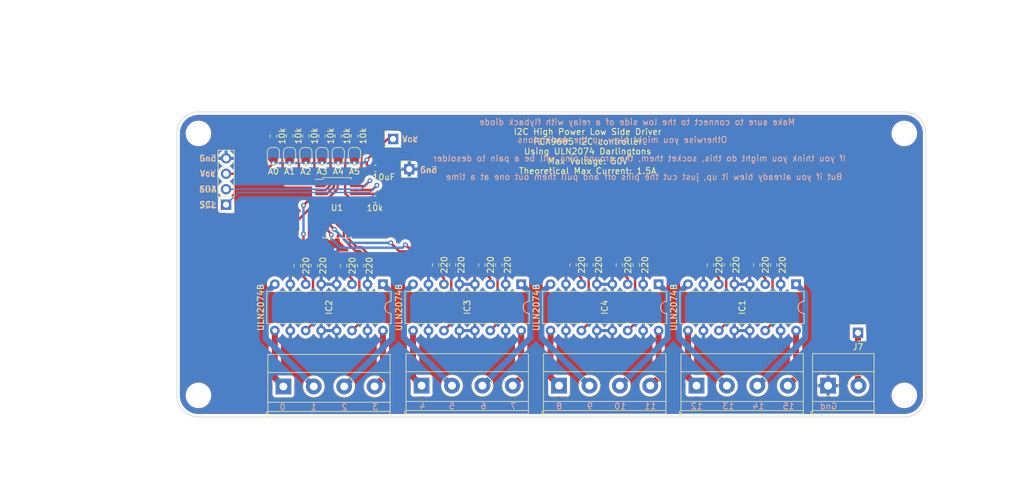
<source format=kicad_pcb>
(kicad_pcb (version 20211014) (generator pcbnew)
  (layers (0 "F.Cu" signal) (31 "B.Cu" signal) (34 "B.Paste" user) (35 "F.Paste" user) (36 "B.SilkS" user "B.Silkscreen") (37 "F.SilkS" user "F.Silkscreen") (38 "B.Mask" user) (39 "F.Mask" user) (44 "Edge.Cuts" user))
  (net 0 "")
  (net 1 "VCC")
  (net 2 "GND")
  (net 3 "Net-(J3-Pad1)")
  (net 4 "Net-(J3-Pad2)")
  (net 5 "Net-(IC1-Pad3)")
  (net 6 "Net-(IC1-Pad11)")
  (net 7 "Net-(IC1-Pad6)")
  (net 8 "Net-(IC1-Pad14)")
  (net 9 "Net-(J3-Pad3)")
  (net 10 "Net-(J3-Pad4)")
  (net 11 "Net-(J6-Pad1)")
  (net 12 "Net-(J6-Pad2)")
  (net 13 "Net-(IC2-Pad3)")
  (net 14 "Net-(IC2-Pad11)")
  (net 15 "Net-(IC2-Pad6)")
  (net 16 "Net-(IC2-Pad14)")
  (net 17 "Net-(J6-Pad3)")
  (net 18 "Net-(J6-Pad4)")
  (net 19 "Net-(IC3-Pad1)")
  (net 20 "Net-(IC3-Pad8)")
  (net 21 "Net-(IC3-Pad3)")
  (net 22 "Net-(IC3-Pad11)")
  (net 23 "Net-(IC3-Pad6)")
  (net 24 "Net-(IC3-Pad14)")
  (net 25 "Net-(IC3-Pad9)")
  (net 26 "Net-(IC3-Pad16)")
  (net 27 "Net-(J5-Pad2)")
  (net 28 "Net-(IC4-Pad6)")
  (net 29 "Net-(IC4-Pad14)")
  (net 30 "Net-(IC4-Pad16)")
  (net 31 "/scl")
  (net 32 "/sda")
  (net 33 "Net-(JP1-Pad2)")
  (net 34 "Net-(JP2-Pad2)")
  (net 35 "Net-(JP3-Pad2)")
  (net 36 "Net-(JP4-Pad2)")
  (net 37 "Net-(JP5-Pad2)")
  (net 38 "Net-(JP6-Pad2)")
  (net 39 "/pwm12")
  (net 40 "/pwm13")
  (net 41 "/pwm14")
  (net 42 "/pwm15")
  (net 43 "Net-(R11-Pad1)")
  (net 44 "/pwm0")
  (net 45 "/pwm1")
  (net 46 "/pwm2")
  (net 47 "/pwm3")
  (net 48 "/pwm4")
  (net 49 "/pwm5")
  (net 50 "/pwm6")
  (net 51 "/pwm7")
  (net 52 "/pwm8")
  (net 53 "/pwm9")
  (net 54 "/pwm10")
  (net 55 "/pwm11")
  (net 56 "Net-(IC4-Pad1)")
  (net 57 "Net-(R22-Pad1)")
  (net 58 "Net-(IC4-Pad9)")
  (net 59 "Net-(R20-Pad1)")
  (net 60 "Net-(J7-Pad1)")
  (footprint "Jumper:SolderJumper-2_P1.3mm_Open_RoundedPad1.0x1.5mm" (layer "F.Cu") (at 33.782 127 90)
    (fp_text reference "JP1" hide)
    (fp_text value "Jumper_2_Open" hide)
  )
  (footprint "Jumper:SolderJumper-2_P1.3mm_Open_RoundedPad1.0x1.5mm" (layer "F.Cu") (at 44.45 127 90)
    (fp_text reference "JP5" hide)
    (fp_text value "Jumper_2_Open" hide)
  )
  (footprint "Resistor_SMD:R_0603_1608Metric" (layer "F.Cu") (at 33.782 123.728 90)
    (fp_text reference "R1" hide)
    (fp_text value "10k")
  )
  (footprint "Resistor_SMD:R_0603_1608Metric" (layer "F.Cu") (at 47.117 123.713 90)
    (fp_text reference "R6" hide)
    (fp_text value "10k")
  )
  (footprint "Connector_PinHeader_2.54mm:PinHeader_1x01_P2.54mm_Vertical" (layer "F.Cu") (at 53.467 124.206)
    (fp_text reference "J8" hide)
    (fp_text value "Conn_01x01" hide)
  )
  (footprint "Resistor_SMD:R_0603_1608Metric" (layer "F.Cu") (at 36.449 123.713 90)
    (fp_text reference "R2" hide)
    (fp_text value "10k")
  )
  (footprint "Resistor_SMD:R_0603_1608Metric" (layer "F.Cu") (at 50.47 134.112)
    (fp_text reference "R11" hide)
    (fp_text value "10k")
  )
  (footprint "Package_DIP:DIP-16_W7.62mm" (layer "F.Cu") (at 51.801 148.092 -90)
    (fp_text reference "IC2")
    (fp_text value "ULN2074B")
  )
  (footprint "Resistor_SMD:R_0603_1608Metric" (layer "F.Cu") (at 37.719 145.034 90)
    (fp_text reference "R13" hide)
    (fp_text value "220")
  )
  (footprint "Resistor_SMD:R_0603_1608Metric" (layer "F.Cu") (at 63.246 144.907 90)
    (fp_text reference "R16" hide)
    (fp_text value "220")
  )
  (footprint "Resistor_SMD:R_0603_1608Metric" (layer "F.Cu") (at 68.072 144.907 90)
    (fp_text reference "R18" hide)
    (fp_text value "220")
  )
  (footprint "Resistor_SMD:R_0603_1608Metric" (layer "F.Cu") (at 39.116 123.713 90)
    (fp_text reference "R3" hide)
    (fp_text value "10k")
  )
  (footprint "Resistor_SMD:R_0603_1608Metric" (layer "F.Cu") (at 93.472 144.907 90)
    (fp_text reference "R23" hide)
    (fp_text value "220")
  )
  (footprint "Resistor_SMD:R_0603_1608Metric" (layer "F.Cu") (at 45.339 145.034 90)
    (fp_text reference "R14" hide)
    (fp_text value "220")
  )
  (footprint "Jumper:SolderJumper-2_P1.3mm_Open_RoundedPad1.0x1.5mm" (layer "F.Cu") (at 36.449 127 90)
    (fp_text reference "JP2" hide)
    (fp_text value "Jumper_2_Open" hide)
  )
  (footprint "Resistor_SMD:R_0603_1608Metric" (layer "F.Cu") (at 48.133 145.034 90)
    (fp_text reference "R15" hide)
    (fp_text value "220")
  )
  (footprint "Resistor_SMD:R_0603_1608Metric" (layer "F.Cu") (at 70.866 144.907 90)
    (fp_text reference "R19" hide)
    (fp_text value "220")
  )
  (footprint "Connector_PinHeader_2.54mm:PinHeader_1x04_P2.54mm_Vertical" (layer "F.Cu") (at 26 135.001 180)
    (fp_text reference "J1" hide)
    (fp_text value "to qwiic breakout")
  )
  (footprint "Resistor_SMD:R_0603_1608Metric" (layer "F.Cu") (at 83.058 144.907 90)
    (fp_text reference "R21" hide)
    (fp_text value "220")
  )
  (footprint "TerminalBlock_Phoenix:TerminalBlock_Phoenix_MKDS-1,5-4_1x04_P5.00mm_Horizontal" (layer "F.Cu") (at 103.371 164.77)
    (fp_text reference "J3" hide)
    (fp_text value "Conn_01x04")
  )
  (footprint "MountingHole:MountingHole_3.2mm_M3" (layer "F.Cu") (at 137.541 166.37)
    (fp_text reference "REF**" hide)
    (fp_text value "MountingHole_3.2mm_M3")
  )
  (footprint "Capacitor_SMD:C_0603_1608Metric" (layer "F.Cu") (at 50.546 129.032)
    (fp_text reference "C1" hide)
    (fp_text value "10uF")
  )
  (footprint "Jumper:SolderJumper-2_P1.3mm_Open_RoundedPad1.0x1.5mm" (layer "F.Cu") (at 47.117 127 90)
    (fp_text reference "JP6" hide)
    (fp_text value "Jumper_2_Open" hide)
  )
  (footprint "TerminalBlock_Phoenix:TerminalBlock_Phoenix_MKDS-1,5-4_1x04_P5.00mm_Horizontal" (layer "F.Cu") (at 58.159 164.77)
    (fp_text reference "J4" hide)
    (fp_text value "Conn_01x04")
  )
  (footprint "Package_DIP:DIP-16_W7.62mm" (layer "F.Cu") (at 97.14 148.092 -90)
    (fp_text reference "IC4")
    (fp_text value "ULN2074B")
  )
  (footprint "Connector_PinHeader_2.54mm:PinHeader_1x01_P2.54mm_Vertical" (layer "F.Cu") (at 56.134 129.159)
    (fp_text reference "J9" hide)
    (fp_text value "Conn_01x01" hide)
  )
  (footprint "Resistor_SMD:R_0603_1608Metric" (layer "F.Cu") (at 90.678 144.907 90)
    (fp_text reference "R22" hide)
    (fp_text value "220")
  )
  (footprint "Resistor_SMD:R_0603_1608Metric" (layer "F.Cu") (at 116.078 144.907 90)
    (fp_text reference "R10" hide)
    (fp_text value "220")
  )
  (footprint "Resistor_SMD:R_0603_1608Metric" (layer "F.Cu") (at 105.664 144.907 90)
    (fp_text reference "R8" hide)
    (fp_text value "220")
  )
  (footprint "Resistor_SMD:R_0603_1608Metric" (layer "F.Cu") (at 108.458 144.907 90)
    (fp_text reference "R7" hide)
    (fp_text value "220")
  )
  (footprint "Package_SO:TSSOP-28_4.4x9.7mm_P0.65mm" (layer "F.Cu") (at 44.247 135.516)
    (fp_text reference "U1")
    (fp_text value "PCA9685PW")
  )
  (footprint "Resistor_SMD:R_0603_1608Metric" (layer "F.Cu") (at 41.783 123.713 90)
    (fp_text reference "R4" hide)
    (fp_text value "10k")
  )
  (footprint "TerminalBlock_Phoenix:TerminalBlock_Phoenix_MKDS-1,5-4_1x04_P5.00mm_Horizontal" (layer "F.Cu") (at 80.765 164.77)
    (fp_text reference "J5" hide)
    (fp_text value "Conn_01x04")
  )
  (footprint "MountingHole:MountingHole_3.2mm_M3" (layer "F.Cu") (at 21.462 166.37)
    (fp_text reference "REF**" hide)
    (fp_text value "MountingHole_3.2mm_M3")
  )
  (footprint "Jumper:SolderJumper-2_P1.3mm_Open_RoundedPad1.0x1.5mm" (layer "F.Cu") (at 39.116 127 90)
    (fp_text reference "JP3" hide)
    (fp_text value "Jumper_2_Open" hide)
  )
  (footprint "Package_DIP:DIP-16_W7.62mm" (layer "F.Cu") (at 119.746 148.092 -90)
    (fp_text reference "IC1")
    (fp_text value "ULN2074B")
  )
  (footprint "Resistor_SMD:R_0603_1608Metric" (layer "F.Cu") (at 60.452 144.907 90)
    (fp_text reference "R17" hide)
    (fp_text value "220")
  )
  (footprint "TerminalBlock_Phoenix:TerminalBlock_Phoenix_MKDS-1,5-4_1x04_P5.00mm_Horizontal" (layer "F.Cu") (at 35.426 164.897)
    (fp_text reference "J6" hide)
    (fp_text value "Conn_01x04")
  )
  (footprint "Jumper:SolderJumper-2_P1.3mm_Open_RoundedPad1.0x1.5mm" (layer "F.Cu") (at 41.783 127 90)
    (fp_text reference "JP4" hide)
    (fp_text value "Jumper_2_Open" hide)
  )
  (footprint "Resistor_SMD:R_0603_1608Metric" (layer "F.Cu") (at 44.45 123.728 90)
    (fp_text reference "R5" hide)
    (fp_text value "10k")
  )
  (footprint "Package_DIP:DIP-16_W7.62mm" (layer "F.Cu") (at 74.534 148.092 -90)
    (fp_text reference "IC3")
    (fp_text value "ULN2074B")
  )
  (footprint "Resistor_SMD:R_0603_1608Metric" (layer "F.Cu") (at 113.284 144.907 90)
    (fp_text reference "R9" hide)
    (fp_text value "220")
  )
  (footprint "TerminalBlock_Phoenix:TerminalBlock_Phoenix_MKDS-1,5-2_1x02_P5.00mm_Horizontal" (layer "F.Cu") (at 125.008 164.77)
    (fp_text reference "J2" hide)
    (fp_text value "high current ground")
  )
  (footprint "Resistor_SMD:R_0603_1608Metric" (layer "F.Cu") (at 85.852 144.907 90)
    (fp_text reference "R20" hide)
    (fp_text value "220")
  )
  (footprint "Resistor_SMD:R_0603_1608Metric" (layer "F.Cu") (at 40.513 145.034 90)
    (fp_text reference "R12" hide)
    (fp_text value "220")
  )
  (footprint "Connector_PinHeader_2.54mm:PinHeader_1x01_P2.54mm_Vertical" (layer "F.Cu") (at 129.921 156.083 180)
    (fp_text reference "J7")
    (fp_text value "Conn_01x01")
  )
  (footprint "MountingHole:MountingHole_3.2mm_M3" (layer "F.Cu") (at 21.462 123.291)
    (fp_text reference "REF**" hide)
    (fp_text value "MountingHole_3.2mm_M3")
  )
  (footprint "MountingHole:MountingHole_3.2mm_M3" (layer "F.Cu") (at 137.541 123.291)
    (fp_text reference "REF**" hide)
    (fp_text value "MountingHole_3.2mm_M3")
  )
  (gr_arc (start 17.906 123.291) (mid 18.947528 120.776528) (end 21.462 119.735) (layer "Edge.Cuts") (width 0.1))
  (gr_line (start 137.541 169.928267) (end 21.462 169.926) (layer "Edge.Cuts") (width 0.1))
  (gr_arc (start 137.541 119.735) (mid 140.055472 120.776528) (end 141.097 123.291) (layer "Edge.Cuts") (width 0.1))
  (gr_line (start 17.906 123.291) (end 17.906 166.37) (layer "Edge.Cuts") (width 0.1))
  (gr_arc (start 141.097 166.243) (mid 140.101582 168.840766) (end 137.541 169.928267) (layer "Edge.Cuts") (width 0.1))
  (gr_arc (start 21.462 169.926) (mid 18.947528 168.884472) (end 17.906 166.37) (layer "Edge.Cuts") (width 0.1))
  (gr_line (start 21.462 119.735) (end 137.541 119.735) (layer "Edge.Cuts") (width 0.1))
  (gr_line (start 141.097 123.291) (end 141.097 166.243) (layer "Edge.Cuts") (width 0.1))
  (gr_text "4" (at 58.293 168.148) (layer "B.SilkS") (effects (font (size 1 1)) (justify mirror)))
  (gr_text "But if you already blew it up, just cut the pins off and pull them out one at a time" (at 94.742 130.429) (layer "B.SilkS") (effects (font (size 1 1)) (justify mirror)))
  (gr_text "SCL" (at 23 135.128) (layer "B.SilkS") (effects (font (size 1 1)) (justify mirror)))
  (gr_text "6" (at 68.326 168.148) (layer "B.SilkS") (effects (font (size 1 1)) (justify mirror)))
  (gr_text "2" (at 45.466 168.275) (layer "B.SilkS") (effects (font (size 1 1)) (justify mirror)))
  (gr_text "SDA" (at 23 132.461) (layer "B.SilkS") (effects (font (size 1 1)) (justify mirror)))
  (gr_text "Gnd" (at 23 127.381) (layer "B.SilkS") (effects (font (size 1 1)) (justify mirror)))
  (gr_text "3" (at 50.546 168.275) (layer "B.SilkS") (effects (font (size 1 1)) (justify mirror)))
  (gr_text "11" (at 95.758 168.148) (layer "B.SilkS") (effects (font (size 1 1)) (justify mirror)))
  (gr_text "Make sure to connect to the low side of a relay with flyback diode" (at 93.599 121.412) (layer "B.SilkS") (effects (font (size 1 1)) (justify mirror)))
  (gr_text "8" (at 80.772 168.148) (layer "B.SilkS") (effects (font (size 1 1)) (justify mirror)))
  (gr_text "12" (at 103.378 168.148) (layer "B.SilkS") (effects (font (size 1 1)) (justify mirror)))
  (gr_text "7" (at 73.279 168.148) (layer "B.SilkS") (effects (font (size 1 1)) (justify mirror)))
  (gr_text "14" (at 113.538 168.148) (layer "B.SilkS") (effects (font (size 1 1)) (justify mirror)))
  (gr_text "Vcc" (at 23 129.794) (layer "B.SilkS") (effects (font (size 1 1)) (justify mirror)))
  (gr_text "9" (at 85.852 168.148) (layer "B.SilkS") (effects (font (size 1 1)) (justify mirror)))
  (gr_text "Otherwise you might blow up the darlingtons" (at 91.186 124.333) (layer "B.SilkS") (effects (font (size 1 1)) (justify mirror)))
  (gr_text "Gnd" (at 59.309 129.286) (layer "B.SilkS") (effects (font (size 1 1)) (justify mirror)))
  (gr_text "5" (at 63.119 168.148) (layer "B.SilkS") (effects (font (size 1 1)) (justify mirror)))
  (gr_text "Gnd" (at 125.095 168.148) (layer "B.SilkS") (effects (font (size 1 1)) (justify mirror)))
  (gr_text "13" (at 108.585 168.148) (layer "B.SilkS") (effects (font (size 1 1)) (justify mirror)))
  (gr_text "1" (at 40.386 168.275) (layer "B.SilkS") (effects (font (size 1 1)) (justify mirror)))
  (gr_text "If you think you might do this, socket them, the ground pins will be a pain to desolder" (at 93.98 127.381) (layer "B.SilkS") (effects (font (size 1 1)) (justify mirror)))
  (gr_text "Vcc" (at 56.261 124.206) (layer "B.SilkS") (effects (font (size 1 1)) (justify mirror)))
  (gr_text "0" (at 35.306 168.275) (layer "B.SilkS") (effects (font (size 1 1)) (justify mirror)))
  (gr_text "15" (at 118.491 168.148) (layer "B.SilkS") (effects (font (size 1 1)) (justify mirror)))
  (gr_text "10" (at 90.805 168.148) (layer "B.SilkS") (effects (font (size 1 1)) (justify mirror)))
  (gr_text "A0" (at 33.782 129.54) (layer "F.SilkS") (effects (font (size 1 1))))
  (gr_text "SCL" (at 23 135) (layer "F.SilkS") (effects (font (size 1 1))))
  (gr_text "I2C High Power Low Side Driver\nPCA9685 I2C controller\nUsing ULN2074 Darlingtons\nMax Voltage: 50V\nTheoretical Max Current: 1.5A\n" (at 85.471 126.238) (layer "F.SilkS") (effects (font (size 1 1))))
  (gr_text "Vcc" (at 23 129.891) (layer "F.SilkS") (effects (font (size 1 1))))
  (gr_text "A1" (at 36.449 129.54) (layer "F.SilkS") (effects (font (size 1 1))))
  (gr_text "Vcc" (at 56.261 124.206) (layer "F.SilkS") (effects (font (size 1 1))))
  (gr_text "A3" (at 41.783 129.54) (layer "F.SilkS") (effects (font (size 1 1))))
  (gr_text "Gnd" (at 59.309 129.286) (layer "F.SilkS") (effects (font (size 1 1))))
  (gr_text "A2" (at 39.116 129.54) (layer "F.SilkS") (effects (font (size 1 1))))
  (gr_text "A5" (at 47.117 129.54) (layer "F.SilkS") (effects (font (size 1 1))))
  (gr_text "SDA" (at 23 132.471) (layer "F.SilkS") (effects (font (size 1 1))))
  (gr_text "Gnd" (at 23 127.391) (layer "F.SilkS") (effects (font (size 1 1))))
  (gr_text "A4" (at 44.45 129.54) (layer "F.SilkS") (effects (font (size 1 1))))
  (segment (start 52.578 124.206) (end 53.467 124.206) (width 0.4) (layer "F.Cu") (net 1))
  (segment (start 49.771 129.25785) (end 49.771 129.032) (width 0.4) (layer "F.Cu") (net 1))
  (segment (start 49.149 127.635) (end 49.149 128.41) (width 0.4) (layer "F.Cu") (net 1))
  (segment (start 49.149 127.635) (end 52.578 124.206) (width 0.4) (layer "F.Cu") (net 1))
  (segment (start 32.004 129.921) (end 26 129.921) (width 0.4) (layer "F.Cu") (net 1))
  (segment (start 32.004 129.921) (end 33.782 128.143) (width 0.4) (layer "F.Cu") (net 1))
  (segment (start 47.73785 131.291) (end 49.771 129.25785) (width 0.4) (layer "F.Cu") (net 1))
  (segment (start 47.1095 131.291) (end 47.73785 131.291) (width 0.4) (layer "F.Cu") (net 1))
  (segment (start 49.149 128.41) (end 49.771 129.032) (width 0.4) (layer "F.Cu") (net 1))
  (via (at 41.783 128.143) (size 0.8) (drill 0.4) (layers "F.Cu" "B.Cu") (net 1))
  (via (at 36.449 128.143) (size 0.8) (drill 0.4) (layers "F.Cu" "B.Cu") (net 1))
  (via (at 49.149 127.635) (size 0.8) (drill 0.4) (layers "F.Cu" "B.Cu") (net 1))
  (via (at 44.45 128.143) (size 0.8) (drill 0.4) (layers "F.Cu" "B.Cu") (net 1))
  (via (at 39.116 128.143) (size 0.8) (drill 0.4) (layers "F.Cu" "B.Cu") (net 1))
  (via (at 47.117 128.143) (size 0.8) (drill 0.4) (layers "F.Cu" "B.Cu") (net 1))
  (via (at 33.782 128.143) (size 0.8) (drill 0.4) (layers "F.Cu" "B.Cu") (net 1))
  (segment (start 33.782 128.143) (end 47.117 128.143) (width 0.4) (layer "B.Cu") (net 1))
  (segment (start 48.641 128.143) (end 49.149 127.635) (width 0.4) (layer "B.Cu") (net 1))
  (segment (start 47.117 128.143) (end 48.641 128.143) (width 0.4) (layer "B.Cu") (net 1))
  (segment (start 47.1275 133.223) (end 47.1095 133.241) (width 0.4) (layer "F.Cu") (net 2))
  (segment (start 41.3845 139.741) (end 41.3845 139.8095) (width 0.4) (layer "F.Cu") (net 2))
  (segment (start 51.295 134.112) (end 50.406 133.223) (width 0.4) (layer "F.Cu") (net 2))
  (segment (start 50.406 133.223) (end 47.1275 133.223) (width 0.4) (layer "F.Cu") (net 2))
  (segment (start 41.3845 139.8095) (end 43.942 142.367) (width 0.4) (layer "F.Cu") (net 2))
  (via (at 43.942 142.367) (size 0.8) (drill 0.4) (layers "F.Cu" "B.Cu") (net 2))
  (segment (start 101.966 155.712) (end 101.966 163.365) (width 1) (layer "F.Cu") (net 3))
  (segment (start 101.966 163.365) (end 103.371 164.77) (width 1) (layer "F.Cu") (net 3))
  (segment (start 101.966 148.092) (end 100.466489 149.591511) (width 1) (layer "B.Cu") (net 4))
  (segment (start 100.466489 156.865489) (end 108.371 164.77) (width 1) (layer "B.Cu") (net 4))
  (segment (start 100.466489 149.591511) (end 100.466489 156.865489) (width 1) (layer "B.Cu") (net 4))
  (segment (start 114.666 147.114) (end 113.284 145.732) (width 0.4) (layer "F.Cu") (net 5))
  (segment (start 114.666 148.092) (end 114.666 147.114) (width 0.4) (layer "F.Cu") (net 5))
  (segment (start 108.245511 154.512489) (end 108.245511 145.944489) (width 0.4) (layer "F.Cu") (net 6))
  (segment (start 107.046 155.712) (end 108.245511 154.512489) (width 0.4) (layer "F.Cu") (net 6))
  (segment (start 108.245511 145.944489) (end 108.458 145.732) (width 0.4) (layer "F.Cu") (net 6))
  (segment (start 107.046 147.114) (end 105.664 145.732) (width 0.4) (layer "F.Cu") (net 7))
  (segment (start 107.046 148.092) (end 107.046 147.114) (width 0.4) (layer "F.Cu") (net 7))
  (segment (start 115.865511 145.944489) (end 116.078 145.732) (width 0.4) (layer "F.Cu") (net 8))
  (segment (start 115.865511 154.512489) (end 115.865511 145.944489) (width 0.4) (layer "F.Cu") (net 8))
  (segment (start 114.666 155.712) (end 115.865511 154.512489) (width 0.4) (layer "F.Cu") (net 8))
  (segment (start 121.245511 156.895489) (end 113.371 164.77) (width 1) (layer "B.Cu") (net 9))
  (segment (start 119.746 148.092) (end 121.245511 149.591511) (width 1) (layer "B.Cu") (net 9))
  (segment (start 121.245511 149.591511) (end 121.245511 156.895489) (width 1) (layer "B.Cu") (net 9))
  (segment (start 119.746 163.395) (end 118.371 164.77) (width 1) (layer "F.Cu") (net 10))
  (segment (start 119.746 155.712) (end 119.746 163.395) (width 1) (layer "F.Cu") (net 10))
  (segment (start 34.021 155.712) (end 34.021 163.492) (width 1) (layer "F.Cu") (net 11))
  (segment (start 34.021 163.492) (end 35.426 164.897) (width 1) (layer "F.Cu") (net 11))
  (segment (start 32.521489 149.591511) (end 32.521489 156.992489) (width 1) (layer "B.Cu") (net 12))
  (segment (start 34.021 148.092) (end 32.521489 149.591511) (width 1) (layer "B.Cu") (net 12))
  (segment (start 32.521489 156.992489) (end 40.426 164.897) (width 1) (layer "B.Cu") (net 12))
  (segment (start 46.721 148.092) (end 46.721 147.241) (width 0.4) (layer "F.Cu") (net 13))
  (segment (start 46.721 147.241) (end 45.339 145.859) (width 0.4) (layer "F.Cu") (net 13))
  (segment (start 40.300511 154.512489) (end 40.300511 146.071489) (width 0.4) (layer "F.Cu") (net 14))
  (segment (start 39.101 155.712) (end 40.300511 154.512489) (width 0.4) (layer "F.Cu") (net 14))
  (segment (start 40.300511 146.071489) (end 40.513 145.859) (width 0.4) (layer "F.Cu") (net 14))
  (segment (start 39.101 147.241) (end 37.719 145.859) (width 0.4) (layer "F.Cu") (net 15))
  (segment (start 39.101 148.092) (end 39.101 147.241) (width 0.4) (layer "F.Cu") (net 15))
  (segment (start 47.920511 146.071489) (end 48.133 145.859) (width 0.4) (layer "F.Cu") (net 16))
  (segment (start 47.920511 154.512489) (end 47.920511 146.071489) (width 0.4) (layer "F.Cu") (net 16))
  (segment (start 46.721 155.712) (end 47.920511 154.512489) (width 0.4) (layer "F.Cu") (net 16))
  (segment (start 53.300511 149.591511) (end 53.300511 157.022489) (width 1) (layer "B.Cu") (net 17))
  (segment (start 53.300511 157.022489) (end 45.426 164.897) (width 1) (layer "B.Cu") (net 17))
  (segment (start 51.801 148.092) (end 53.300511 149.591511) (width 1) (layer "B.Cu") (net 17))
  (segment (start 51.801 155.712) (end 51.801 163.522) (width 1) (layer "F.Cu") (net 18))
  (segment (start 51.801 163.522) (end 50.426 164.897) (width 1) (layer "F.Cu") (net 18))
  (segment (start 74.534 148.092) (end 76.033511 149.591511) (width 1) (layer "B.Cu") (net 19))
  (segment (start 76.033511 156.895489) (end 68.159 164.77) (width 1) (layer "B.Cu") (net 19))
  (segment (start 76.033511 149.591511) (end 76.033511 156.895489) (width 1) (layer "B.Cu") (net 19))
  (segment (start 56.754 148.092) (end 55.254489 149.591511) (width 1) (layer "B.Cu") (net 20))
  (segment (start 55.254489 149.591511) (end 55.254489 156.865489) (width 1) (layer "B.Cu") (net 20))
  (segment (start 55.254489 156.865489) (end 63.159 164.77) (width 1) (layer "B.Cu") (net 20))
  (segment (start 69.454 147.114) (end 68.072 145.732) (width 0.4) (layer "F.Cu") (net 21))
  (segment (start 69.454 148.092) (end 69.454 147.114) (width 0.4) (layer "F.Cu") (net 21))
  (segment (start 63.033511 154.512489) (end 63.033511 145.944489) (width 0.4) (layer "F.Cu") (net 22))
  (segment (start 61.834 155.712) (end 63.033511 154.512489) (width 0.4) (layer "F.Cu") (net 22))
  (segment (start 63.033511 145.944489) (end 63.246 145.732) (width 0.4) (layer "F.Cu") (net 22))
  (segment (start 61.834 148.092) (end 61.834 147.114) (width 0.4) (layer "F.Cu") (net 23))
  (segment (start 61.834 147.114) (end 60.452 145.732) (width 0.4) (layer "F.Cu") (net 23))
  (segment (start 70.653511 154.512489) (end 70.653511 145.944489) (width 0.4) (layer "F.Cu") (net 24))
  (segment (start 70.653511 145.944489) (end 70.866 145.732) (width 0.4) (layer "F.Cu") (net 24))
  (segment (start 69.454 155.712) (end 70.653511 154.512489) (width 0.4) (layer "F.Cu") (net 24))
  (segment (start 56.754 163.365) (end 58.159 164.77) (width 1) (layer "F.Cu") (net 25))
  (segment (start 56.754 155.712) (end 56.754 163.365) (width 1) (layer "F.Cu") (net 25))
  (segment (start 74.534 163.395) (end 73.159 164.77) (width 1) (layer "F.Cu") (net 26))
  (segment (start 74.534 155.712) (end 74.534 163.395) (width 1) (layer "F.Cu") (net 26))
  (segment (start 77.860489 156.865489) (end 85.765 164.77) (width 1) (layer "B.Cu") (net 27))
  (segment (start 77.860489 149.591511) (end 77.860489 156.865489) (width 1) (layer "B.Cu") (net 27))
  (segment (start 79.36 148.092) (end 77.860489 149.591511) (width 1) (layer "B.Cu") (net 27))
  (segment (start 84.44 148.092) (end 84.44 147.114) (width 0.4) (layer "F.Cu") (net 28))
  (segment (start 84.44 147.114) (end 83.058 145.732) (width 0.4) (layer "F.Cu") (net 28))
  (segment (start 93.259511 145.944489) (end 93.472 145.732) (width 0.4) (layer "F.Cu") (net 29))
  (segment (start 93.259511 154.512489) (end 93.259511 145.944489) (width 0.4) (layer "F.Cu") (net 29))
  (segment (start 92.06 155.712) (end 93.259511 154.512489) (width 0.4) (layer "F.Cu") (net 29))
  (segment (start 97.14 163.395) (end 95.765 164.77) (width 1) (layer "F.Cu") (net 30))
  (segment (start 97.14 155.712) (end 97.14 163.395) (width 1) (layer "F.Cu") (net 30))
  (segment (start 47.1095 132.591) (end 50.035 132.591) (width 0.4) (layer "F.Cu") (net 31))
  (segment (start 50.035 132.591) (end 50.8 131.826) (width 0.4) (layer "F.Cu") (net 31))
  (via (at 50.8 131.826) (size 0.8) (drill 0.4) (layers "F.Cu" "B.Cu") (net 31))
  (segment (start 49.626 133) (end 50.8 131.826) (width 0.25) (layer "B.Cu") (net 31))
  (segment (start 26 135) (end 28 133) (width 0.25) (layer "B.Cu") (net 31))
  (segment (start 26 135.001) (end 26 135) (width 0.25) (layer "B.Cu") (net 31))
  (segment (start 28 133) (end 49.626 133) (width 0.25) (layer "B.Cu") (net 31))
  (segment (start 50.762489 131.863511) (end 50.8 131.826) (width 0.4) (layer "B.Cu") (net 31))
  (segment (start 48.78 131.941) (end 49.657 131.064) (width 0.4) (layer "F.Cu") (net 32))
  (segment (start 47.1095 131.941) (end 48.78 131.941) (width 0.4) (layer "F.Cu") (net 32))
  (via (at 49.657 131.064) (size 0.8) (drill 0.4) (layers "F.Cu" "B.Cu") (net 32))
  (segment (start 26 132.461) (end 48.26 132.461) (width 0.25) (layer "B.Cu") (net 32))
  (segment (start 48.26 132.461) (end 49.657 131.064) (width 0.25) (layer "B.Cu") (net 32))
  (segment (start 33.782 124.553) (end 33.782 126.35) (width 0.4) (layer "F.Cu") (net 33))
  (segment (start 35.914 131.291) (end 35.29948 130.67648) (width 0.4) (layer "F.Cu") (net 33))
  (segment (start 34.529 126.35) (end 33.782 126.35) (width 0.4) (layer "F.Cu") (net 33))
  (segment (start 41.3845 131.291) (end 35.914 131.291) (width 0.4) (layer "F.Cu") (net 33))
  (segment (start 35.29948 127.12048) (end 34.529 126.35) (width 0.4) (layer "F.Cu") (net 33))
  (segment (start 35.29948 130.67648) (end 35.29948 127.12048) (width 0.4) (layer "F.Cu") (net 33))
  (segment (start 36.449 124.538) (end 36.449 126.35) (width 0.4) (layer "F.Cu") (net 34))
  (segment (start 42.545 131.007573) (end 42.545 131.574427) (width 0.4) (layer "F.Cu") (net 34))
  (segment (start 37.966489 127.352483) (end 37.966489 130.041489) (width 0.4) (layer "F.Cu") (net 34))
  (segment (start 42.178427 131.941) (end 41.3845 131.941) (width 0.4) (layer "F.Cu") (net 34))
  (segment (start 42.228907 130.69148) (end 42.545 131.007573) (width 0.4) (layer "F.Cu") (net 34))
  (segment (start 36.449 126.35) (end 36.964006 126.35) (width 0.4) (layer "F.Cu") (net 34))
  (segment (start 42.545 131.574427) (end 42.178427 131.941) (width 0.4) (layer "F.Cu") (net 34))
  (segment (start 36.964006 126.35) (end 37.966489 127.352483) (width 0.4) (layer "F.Cu") (net 34))
  (segment (start 37.966489 130.041489) (end 38.61648 130.69148) (width 0.4) (layer "F.Cu") (net 34))
  (segment (start 38.61648 130.69148) (end 42.228907 130.69148) (width 0.4) (layer "F.Cu") (net 34))
  (segment (start 40.513 127.231994) (end 40.513 129.794) (width 0.4) (layer "F.Cu") (net 35))
  (segment (start 39.631006 126.35) (end 40.513 127.231994) (width 0.4) (layer "F.Cu") (net 35))
  (segment (start 43.14452 130.759244) (end 43.14452 131.822757) (width 0.4) (layer "F.Cu") (net 35))
  (segment (start 43.14452 131.822757) (end 42.376277 132.591) (width 0.4) (layer "F.Cu") (net 35))
  (segment (start 40.513 129.794) (end 40.81096 130.09196) (width 0.4) (layer "F.Cu") (net 35))
  (segment (start 39.116 124.538) (end 39.116 126.35) (width 0.4) (layer "F.Cu") (net 35))
  (segment (start 40.81096 130.09196) (end 42.477236 130.09196) (width 0.4) (layer "F.Cu") (net 35))
  (segment (start 42.477236 130.09196) (end 43.14452 130.759244) (width 0.4) (layer "F.Cu") (net 35))
  (segment (start 42.376277 132.591) (end 41.3845 132.591) (width 0.4) (layer "F.Cu") (net 35))
  (segment (start 39.116 126.35) (end 39.631006 126.35) (width 0.4) (layer "F.Cu") (net 35))
  (segment (start 42.298006 126.35) (end 43.18 127.231994) (width 0.4) (layer "F.Cu") (net 36))
  (segment (start 43.74404 130.510914) (end 43.74404 132.071087) (width 0.4) (layer "F.Cu") (net 36))
  (segment (start 42.574127 133.241) (end 41.3845 133.241) (width 0.4) (layer "F.Cu") (net 36))
  (segment (start 43.18 127.231994) (end 43.18 129.946874) (width 0.4) (layer "F.Cu") (net 36))
  (segment (start 41.783 124.538) (end 41.783 126.35) (width 0.4) (layer "F.Cu") (net 36))
  (segment (start 43.18 129.946874) (end 43.74404 130.510914) (width 0.4) (layer "F.Cu") (net 36))
  (segment (start 41.783 126.35) (end 42.298006 126.35) (width 0.4) (layer "F.Cu") (net 36))
  (segment (start 43.74404 132.071087) (end 42.574127 133.241) (width 0.4) (layer "F.Cu") (net 36))
  (segment (start 44.965006 126.35) (end 44.45 126.35) (width 0.4) (layer "F.Cu") (net 37))
  (segment (start 45.59952 128.00948) (end 45.59952 126.984514) (width 0.4) (layer "F.Cu") (net 37))
  (segment (start 44.34356 132.412052) (end 42.864613 133.891) (width 0.4) (layer "F.Cu") (net 37))
  (segment (start 42.864613 133.891) (end 41.3845 133.891) (width 0.4) (layer "F.Cu") (net 37))
  (segment (start 45.59952 129.94071) (end 44.34356 131.19667) (width 0.4) (layer "F.Cu") (net 37))
  (segment (start 45.59952 126.984514) (end 44.965006 126.35) (width 0.4) (layer "F.Cu") (net 37))
  (segment (start 44.45 124.553) (end 44.45 126.35) (width 0.4) (layer "F.Cu") (net 37))
  (segment (start 44.34356 131.19667) (end 44.34356 132.412052) (width 0.4) (layer "F.Cu") (net 37))
  (segment (start 45.59952 128.00948) (end 45.59952 129.94071) (width 0.4) (layer "F.Cu") (net 37))
  (segment (start 48.26652 126.984514) (end 48.26652 129.91448) (width 0.4) (layer "F.Cu") (net 38))
  (segment (start 47.632006 126.35) (end 48.26652 126.984514) (width 0.4) (layer "F.Cu") (net 38))
  (segment (start 45.57808 130.81) (end 45.57808 133.153507) (width 0.4) (layer "F.Cu") (net 38))
  (segment (start 47.752 130.429) (end 45.95908 130.429) (width 0.4) (layer "F.Cu") (net 38))
  (segment (start 47.117 124.538) (end 47.117 126.35) (width 0.4) (layer "F.Cu") (net 38))
  (segment (start 47.117 126.35) (end 47.632006 126.35) (width 0.4) (layer "F.Cu") (net 38))
  (segment (start 45.95908 130.429) (end 45.57808 130.81) (width 0.4) (layer "F.Cu") (net 38))
  (segment (start 48.26652 129.91448) (end 47.752 130.429) (width 0.4) (layer "F.Cu") (net 38))
  (segment (start 46.315573 133.891) (end 47.1095 133.891) (width 0.4) (layer "F.Cu") (net 38))
  (segment (start 45.57808 133.153507) (end 46.315573 133.891) (width 0.4) (layer "F.Cu") (net 38))
  (segment (start 107.65848 144.88152) (end 108.458 144.082) (width 0.4) (layer "F.Cu") (net 39))
  (segment (start 97.400151 137.141) (end 105.140671 144.88152) (width 0.4) (layer "F.Cu") (net 39))
  (segment (start 105.140671 144.88152) (end 107.65848 144.88152) (width 0.4) (layer "F.Cu") (net 39))
  (segment (start 47.1095 137.141) (end 97.400151 137.141) (width 0.4) (layer "F.Cu") (net 39))
  (segment (start 47.1095 136.491) (end 98.073 136.491) (width 0.4) (layer "F.Cu") (net 40))
  (segment (start 98.073 136.491) (end 105.664 144.082) (width 0.4) (layer "F.Cu") (net 40))
  (segment (start 105.043 135.841) (end 113.284 144.082) (width 0.4) (layer "F.Cu") (net 41))
  (segment (start 47.1095 135.841) (end 105.043 135.841) (width 0.4) (layer "F.Cu") (net 41))
  (segment (start 107.187 135.191) (end 116.078 144.082) (width 0.4) (layer "F.Cu") (net 42))
  (segment (start 47.1095 135.191) (end 107.187 135.191) (width 0.4) (layer "F.Cu") (net 42))
  (segment (start 49.645 134.112) (end 49.645 134.455) (width 0.4) (layer "F.Cu") (net 43))
  (segment (start 49.645 134.455) (end 49.559 134.541) (width 0.4) (layer "F.Cu") (net 43))
  (segment (start 47.1095 134.541) (end 49.559 134.541) (width 0.4) (layer "F.Cu") (net 43))
  (segment (start 39.322 134.541) (end 41.3845 134.541) (width 0.4) (layer "F.Cu") (net 44))
  (segment (start 40.513 144.209) (end 38.735 142.431) (width 0.4) (layer "F.Cu") (net 44))
  (segment (start 38.735 142.431) (end 38.735 139.827) (width 0.4) (layer "F.Cu") (net 44))
  (segment (start 38.735 135.128) (end 39.322 134.541) (width 0.4) (layer "F.Cu") (net 44))
  (via (at 38.735 135.128) (size 0.8) (drill 0.4) (layers "F.Cu" "B.Cu") (net 44))
  (via (at 38.735 139.827) (size 0.8) (drill 0.4) (layers "F.Cu" "B.Cu") (net 44))
  (segment (start 38.735 139.827) (end 38.735 135.128) (width 0.4) (layer "B.Cu") (net 44))
  (segment (start 37.719 144.209) (end 37.719 137.666874) (width 0.4) (layer "F.Cu") (net 45))
  (segment (start 40.194874 135.191) (end 41.3845 135.191) (width 0.4) (layer "F.Cu") (net 45))
  (segment (start 37.719 137.666874) (end 40.194874 135.191) (width 0.4) (layer "F.Cu") (net 45))
  (segment (start 45.339 144.209) (end 43.539151 144.209) (width 0.4) (layer "F.Cu") (net 46))
  (segment (start 40.392724 135.841) (end 41.3845 135.841) (width 0.4) (layer "F.Cu") (net 46))
  (segment (start 39.64796 140.317809) (end 39.64796 136.585764) (width 0.4) (layer "F.Cu") (net 46))
  (segment (start 43.539151 144.209) (end 39.64796 140.317809) (width 0.4) (layer "F.Cu") (net 46))
  (segment (start 39.64796 136.585764) (end 40.392724 135.841) (width 0.4) (layer "F.Cu") (net 46))
  (segment (start 41.3845 136.491) (end 40.590573 136.491) (width 0.4) (layer "F.Cu") (net 47))
  (segment (start 43.58748 143.40948) (end 47.33348 143.40948) (width 0.4) (layer "F.Cu") (net 47))
  (segment (start 47.33348 143.40948) (end 48.133 144.209) (width 0.4) (layer "F.Cu") (net 47))
  (segment (start 40.590573 136.491) (end 40.24748 136.834093) (width 0.4) (layer "F.Cu") (net 47))
  (segment (start 40.24748 140.06948) (end 43.58748 143.40948) (width 0.4) (layer "F.Cu") (net 47))
  (segment (start 40.24748 136.834093) (end 40.24748 140.06948) (width 0.4) (layer "F.Cu") (net 47))
  (segment (start 48.366425 142.133575) (end 49.51533 143.28248) (width 0.4) (layer "F.Cu") (net 48))
  (segment (start 48.218849 141.986) (end 48.366425 142.133575) (width 0.4) (layer "F.Cu") (net 48))
  (segment (start 45.97248 140.46352) (end 47.49496 141.986) (width 0.4) (layer "F.Cu") (net 48))
  (segment (start 45.97248 138.30148) (end 45.97248 140.46352) (width 0.4) (layer "F.Cu") (net 48))
  (segment (start 44.812 137.141) (end 45.97248 138.30148) (width 0.4) (layer "F.Cu") (net 48))
  (segment (start 41.3845 137.141) (end 44.812 137.141) (width 0.4) (layer "F.Cu") (net 48))
  (segment (start 49.51533 143.28248) (end 62.44648 143.28248) (width 0.4) (layer "F.Cu") (net 48))
  (segment (start 62.44648 143.28248) (end 63.246 144.082) (width 0.4) (layer "F.Cu") (net 48))
  (segment (start 47.49496 141.986) (end 48.218849 141.986) (width 0.4) (layer "F.Cu") (net 48))
  (segment (start 43.811 137.791) (end 45.37296 139.35296) (width 0.4) (layer "F.Cu") (net 49))
  (segment (start 45.37296 139.35296) (end 45.37296 140.71185) (width 0.4) (layer "F.Cu") (net 49))
  (segment (start 48.006 142.621) (end 49.467 144.082) (width 0.4) (layer "F.Cu") (net 49))
  (segment (start 45.37296 140.71185) (end 47.28211 142.621) (width 0.4) (layer "F.Cu") (net 49))
  (segment (start 41.3845 137.791) (end 43.811 137.791) (width 0.4) (layer "F.Cu") (net 49))
  (segment (start 49.467 144.082) (end 60.452 144.082) (width 0.4) (layer "F.Cu") (net 49))
  (segment (start 47.28211 142.621) (end 48.006 142.621) (width 0.4) (layer "F.Cu") (net 49))
  (segment (start 43.191 138.441) (end 43.815 139.065) (width 0.4) (layer "F.Cu") (net 50))
  (segment (start 66.67296 142.68296) (end 54.483 142.68296) (width 0.4) (layer "F.Cu") (net 50))
  (segment (start 41.3845 138.441) (end 43.191 138.441) (width 0.4) (layer "F.Cu") (net 50))
  (segment (start 54.483 142.68296) (end 53.086 141.28596) (width 0.4) (layer "F.Cu") (net 50))
  (segment (start 68.072 144.082) (end 66.67296 142.68296) (width 0.4) (layer "F.Cu") (net 50))
  (via (at 43.815 139.065) (size 0.8) (drill 0.4) (layers "F.Cu" "B.Cu") (net 50))
  (via (at 53.086 141.28596) (size 0.8) (drill 0.4) (layers "F.Cu" "B.Cu") (net 50))
  (segment (start 46.03596 141.28596) (end 53.086 141.28596) (width 0.4) (layer "B.Cu") (net 50))
  (segment (start 43.815 139.065) (end 46.03596 141.28596) (width 0.4) (layer "B.Cu") (net 50))
  (segment (start 43.307 139.827) (end 43.307 139.954) (width 0.4) (layer "F.Cu") (net 51))
  (segment (start 42.571 139.091) (end 43.307 139.827) (width 0.4) (layer "F.Cu") (net 51))
  (segment (start 55.97744 142.08344) (end 55.499 141.605) (width 0.4) (layer "F.Cu") (net 51))
  (segment (start 70.866 144.082) (end 68.86744 142.08344) (width 0.4) (layer "F.Cu") (net 51))
  (segment (start 68.86744 142.08344) (end 55.97744 142.08344) (width 0.4) (layer "F.Cu") (net 51))
  (segment (start 41.3845 139.091) (end 42.571 139.091) (width 0.4) (layer "F.Cu") (net 51))
  (via (at 43.307 139.954) (size 0.8) (drill 0.4) (layers "F.Cu" "B.Cu") (net 51))
  (via (at 55.499 141.605) (size 0.8) (drill 0.4) (layers "F.Cu" "B.Cu") (net 51))
  (segment (start 43.307 139.954) (end 43.307 140.589) (width 0.4) (layer "B.Cu") (net 51))
  (segment (start 44.803471 142.085471) (end 55.018529 142.085471) (width 0.4) (layer "B.Cu") (net 51))
  (segment (start 43.307 140.589) (end 44.803471 142.085471) (width 0.4) (layer "B.Cu") (net 51))
  (segment (start 55.018529 142.085471) (end 55.499 141.605) (width 0.4) (layer "B.Cu") (net 51))
  (segment (start 75.744151 139.741) (end 80.910151 144.907) (width 0.4) (layer "F.Cu") (net 52))
  (segment (start 80.910151 144.907) (end 85.027 144.907) (width 0.4) (layer "F.Cu") (net 52))
  (segment (start 85.027 144.907) (end 85.852 144.082) (width 0.4) (layer "F.Cu") (net 52))
  (segment (start 47.1095 139.741) (end 75.744151 139.741) (width 0.4) (layer "F.Cu") (net 52))
  (segment (start 47.1095 139.091) (end 78.067 139.091) (width 0.4) (layer "F.Cu") (net 53))
  (segment (start 78.067 139.091) (end 83.058 144.082) (width 0.4) (layer "F.Cu") (net 53))
  (segment (start 47.1095 138.441) (end 85.037 138.441) (width 0.4) (layer "F.Cu") (net 54))
  (segment (start 85.037 138.441) (end 90.678 144.082) (width 0.4) (layer "F.Cu") (net 54))
  (segment (start 47.1095 137.791) (end 87.181 137.791) (width 0.4) (layer "F.Cu") (net 55))
  (segment (start 87.181 137.791) (end 93.472 144.082) (width 0.4) (layer "F.Cu") (net 55))
  (segment (start 98.639511 156.895489) (end 90.765 164.77) (width 1) (layer "B.Cu") (net 56))
  (segment (start 97.14 148.092) (end 98.639511 149.591511) (width 1) (layer "B.Cu") (net 56))
  (segment (start 98.639511 149.591511) (end 98.639511 156.895489) (width 1) (layer "B.Cu") (net 56))
  (segment (start 92.06 148.092) (end 92.06 147.114) (width 0.4) (layer "F.Cu") (net 57))
  (segment (start 92.06 147.114) (end 90.678 145.732) (width 0.4) (layer "F.Cu") (net 57))
  (segment (start 79.36 155.712) (end 79.36 163.365) (width 1) (layer "F.Cu") (net 58))
  (segment (start 79.36 163.365) (end 80.765 164.77) (width 1) (layer "F.Cu") (net 58))
  (segment (start 84.44 155.712) (end 85.639511 154.512489) (width 0.4) (layer "F.Cu") (net 59))
  (segment (start 85.639511 145.944489) (end 85.852 145.732) (width 0.4) (layer "F.Cu") (net 59))
  (segment (start 85.639511 154.512489) (end 85.639511 145.944489) (width 0.4) (layer "F.Cu") (net 59))
  (segment (start 129.921 164.683) (end 130.008 164.77) (width 1) (layer "F.Cu") (net 60))
  (segment (start 129.921 156.083) (end 129.921 164.683) (width 1) (layer "F.Cu") (net 60))
  (zone (net 2) (net_name "GND") (layers F&B.Cu) (connect_pads (clearance 0.508)) (min_thickness 0.254) (fill yes (thermal_gap 0.508) (thermal_bridge_width 0.508))
    (polygon (pts (xy 155.702 180.086) (xy -11.176 178.816) (xy -8.001 105.283) (xy 157.226 101.346)))
  )
)
</source>
